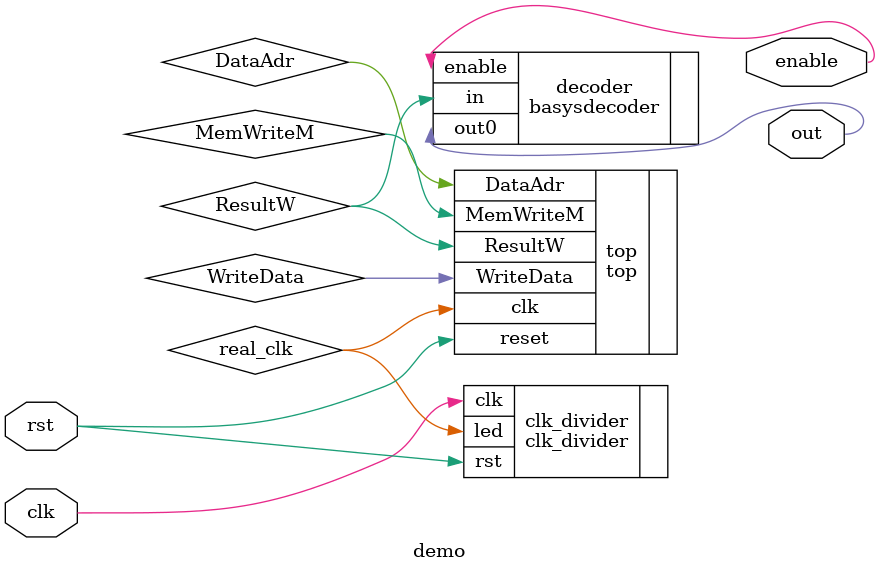
<source format=v>
`include "top.v"
`include "clk_div_pipelined.v"
`include "basysdecoder.v"

module demo(
    clk,
    rst,
    out, 
    enable
);

input wire clk;
wire real_clk;
input wire rst;
wire ResultW;
wire WriteData;
wire DataAdr;
wire MemWriteM;

output wire out;
output wire enable;


clk_divider clk_divider(
    .clk(clk),
    .rst(rst),
    .led(real_clk)
);

top top(
    .clk(real_clk),
    .reset(rst),
    .WriteData(WriteData),
    .DataAdr(DataAdr),
    .MemWriteM(MemWriteM),
    .ResultW(ResultW)
);

basysdecoder decoder(
    .out0(out),
    .enable(enable),
    .in(ResultW)
);

endmodule

</source>
